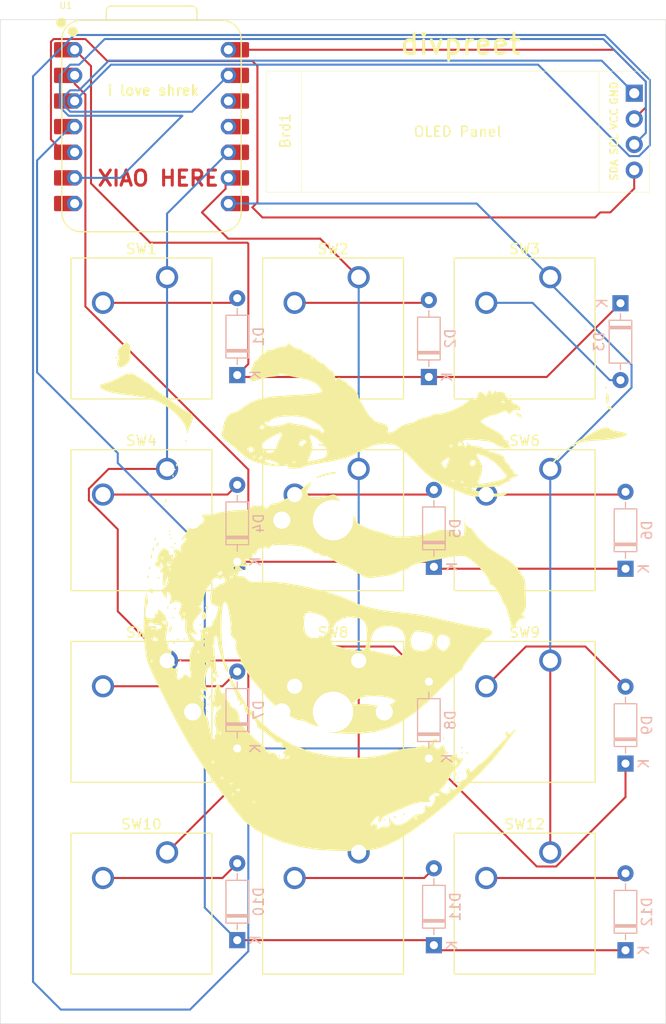
<source format=kicad_pcb>
(kicad_pcb (version 20240108) (generator "pcbnew") (generator_version "8.0")
  (layers (0 "F.Cu" signal) (31 "B.Cu" signal) (34 "B.Paste" user) (35 "F.Paste" user) (36 "B.SilkS" user "B.Silkscreen") (37 "F.SilkS" user "F.Silkscreen") (38 "B.Mask" user) (39 "F.Mask" user) (44 "Edge.Cuts" user))
  (net 0 "")
  (net 1 "+5V")
  (net 2 "GND")
  (net 3 "Net-(U1-GPIO1{slash}RX)")
  (net 4 "Net-(U1-GPIO2{slash}SCK)")
  (net 5 "Net-(U1-GPIO4{slash}MISO)")
  (net 7 "Net-(D1-K)")
  (net 8 "Net-(D1-A)")
  (net 9 "Net-(D2-A)")
  (net 10 "Net-(D3-A)")
  (net 11 "Net-(D4-K)")
  (net 12 "Net-(D4-A)")
  (net 13 "Net-(D5-A)")
  (net 14 "Net-(D6-A)")
  (net 15 "Net-(D7-A)")
  (net 16 "Net-(D7-K)")
  (net 17 "Net-(D8-A)")
  (net 18 "Net-(D9-A)")
  (net 19 "Net-(D10-K)")
  (net 20 "Net-(D10-A)")
  (net 21 "Net-(D11-A)")
  (net 22 "Net-(D12-A)")
  (net 23 "Net-(Brd1-SCL)")
  (net 24 "Net-(Brd1-SDA)")
  (net 25 "+3.3V")
  (footprint "OPL:XIAO-RP2040-DIP" (layer "F.Cu") (at 191 53.5)
    (property "Reference" "U1" (at -8.5 -12 0) (layer "F.SilkS") (effects (font (size 0.635 0.635) (thickness 0.1016))))
    (property "Value" "XIAO-RP2040-DIP")
    (pad "1" smd roundrect (at -8.455 -7.62 180) (size 2.432 1.524) (layers "F.Cu" "F.Mask") (roundrect_rratio 0.1) (net 7 "Net-(D1-K)"))
    (pad "1" thru_hole circle (at -7.62 -7.62 180) (size 1.524 1.524) (drill 0.889) (layers "*.Cu" "*.Mask") (net 7 "Net-(D1-K)"))
    (pad "2" smd roundrect (at -8.455 -5.08 180) (size 2.432 1.524) (layers "F.Cu" "F.Mask") (roundrect_rratio 0.1) (net 11 "Net-(D4-K)"))
    (pad "2" thru_hole circle (at -7.62 -5.08 180) (size 1.524 1.524) (drill 0.889) (layers "*.Cu" "*.Mask") (net 11 "Net-(D4-K)"))
    (pad "3" smd roundrect (at -8.455 -2.54 180) (size 2.432 1.524) (layers "F.Cu" "F.Mask") (roundrect_rratio 0.1) (net 16 "Net-(D7-K)"))
    (pad "3" thru_hole circle (at -7.62 -2.54 180) (size 1.524 1.524) (drill 0.889) (layers "*.Cu" "*.Mask") (net 16 "Net-(D7-K)"))
    (pad "4" smd roundrect (at -8.455 0 180) (size 2.432 1.524) (layers "F.Cu" "F.Mask") (roundrect_rratio 0.1) (net 19 "Net-(D10-K)"))
    (pad "4" thru_hole circle (at -7.62 0 180) (size 1.524 1.524) (drill 0.889) (layers "*.Cu" "*.Mask") (net 19 "Net-(D10-K)"))
    (pad "5" smd roundrect (at -8.455 2.54 180) (size 2.432 1.524) (layers "F.Cu" "F.Mask") (roundrect_rratio 0.1) (net 24 "Net-(Brd1-SDA)"))
    (pad "5" thru_hole circle (at -7.62 2.54 180) (size 1.524 1.524) (drill 0.889) (layers "*.Cu" "*.Mask") (net 24 "Net-(Brd1-SDA)"))
    (pad "6" smd roundrect (at -8.455 5.08 180) (size 2.432 1.524) (layers "F.Cu" "F.Mask") (roundrect_rratio 0.1) (net 23 "Net-(Brd1-SCL)"))
    (pad "6" thru_hole circle (at -7.62 5.08 180) (size 1.524 1.524) (drill 0.889) (layers "*.Cu" "*.Mask") (net 23 "Net-(Brd1-SCL)"))
    (pad "7" smd roundrect (at -8.455 7.62 180) (size 2.432 1.524) (layers "F.Cu" "F.Mask") (roundrect_rratio 0.1))
    (pad "7" thru_hole circle (at -7.62 7.62 180) (size 1.524 1.524) (drill 0.889) (layers "*.Cu" "*.Mask"))
    (pad "8" thru_hole circle (at 7.62 7.62) (size 1.524 1.524) (drill 0.889) (layers "*.Cu" "*.Mask") (net 3 "Net-(U1-GPIO1{slash}RX)"))
    (pad "8" smd roundrect (at 8.455 7.62) (size 2.432 1.524) (layers "F.Cu" "F.Mask") (roundrect_rratio 0.1) (net 3 "Net-(U1-GPIO1{slash}RX)"))
    (pad "9" thru_hole circle (at 7.62 5.08) (size 1.524 1.524) (drill 0.889) (layers "*.Cu" "*.Mask") (net 4 "Net-(U1-GPIO2{slash}SCK)"))
    (pad "9" smd roundrect (at 8.455 5.08) (size 2.432 1.524) (layers "F.Cu" "F.Mask") (roundrect_rratio 0.1) (net 4 "Net-(U1-GPIO2{slash}SCK)"))
    (pad "10" thru_hole circle (at 7.62 2.54) (size 1.524 1.524) (drill 0.889) (layers "*.Cu" "*.Mask") (net 5 "Net-(U1-GPIO4{slash}MISO)"))
    (pad "10" smd roundrect (at 8.455 2.54) (size 2.432 1.524) (layers "F.Cu" "F.Mask") (roundrect_rratio 0.1) (net 5 "Net-(U1-GPIO4{slash}MISO)"))
    (pad "11" thru_hole circle (at 7.62 0) (size 1.524 1.524) (drill 0.889) (layers "*.Cu" "*.Mask"))
    (pad "11" smd roundrect (at 8.455 0) (size 2.432 1.524) (layers "F.Cu" "F.Mask") (roundrect_rratio 0.1))
    (pad "12" thru_hole circle (at 7.62 -2.54) (size 1.524 1.524) (drill 0.889) (layers "*.Cu" "*.Mask") (net 25 "+3.3V"))
    (pad "12" smd roundrect (at 8.455 -2.54) (size 2.432 1.524) (layers "F.Cu" "F.Mask") (roundrect_rratio 0.1) (net 25 "+3.3V"))
    (pad "13" thru_hole circle (at 7.62 -5.08) (size 1.524 1.524) (drill 0.889) (layers "*.Cu" "*.Mask") (net 2 "GND"))
    (pad "13" smd roundrect (at 8.455 -5.08) (size 2.432 1.524) (layers "F.Cu" "F.Mask") (roundrect_rratio 0.1) (net 2 "GND"))
    (pad "14" thru_hole circle (at 7.62 -7.62) (size 1.524 1.524) (drill 0.889) (layers "*.Cu" "*.Mask") (net 1 "+5V"))
    (pad "14" smd roundrect (at 8.455 -7.62) (size 2.432 1.524) (layers "F.Cu" "F.Mask") (roundrect_rratio 0.1) (net 1 "+5V"))
  )
  (footprint "Button_Switch_Keyboard:SW_Cherry_MX_1.00u_PCB" (layer "F.Cu") (at 192.54 87.42)
    (property "Reference" "SW4" (at -2.54 -2.794 0) (layer "F.SilkS"))
    (property "Value" "SW_Push")
    (pad "" np_thru_hole circle (at -7.62 5.08) (size 1.7 1.7) (drill 1.7) (layers "*.Cu" "*.Mask"))
    (pad "" np_thru_hole circle (at -2.54 5.08) (size 4 4) (drill 4) (layers "*.Cu" "*.Mask"))
    (pad "" np_thru_hole circle (at 2.54 5.08) (size 1.7 1.7) (drill 1.7) (layers "*.Cu" "*.Mask"))
    (pad "1" thru_hole circle (at 0 0) (size 2.2 2.2) (drill 1.5) (layers "*.Cu" "*.Mask") (net 5 "Net-(U1-GPIO4{slash}MISO)"))
    (pad "2" thru_hole circle (at -6.35 2.54) (size 2.2 2.2) (drill 1.5) (layers "*.Cu" "*.Mask") (net 12 "Net-(D4-A)"))
  )
  (footprint "Button_Switch_Keyboard:SW_Cherry_MX_1.00u_PCB" (layer "F.Cu") (at 230.54 125.42)
    (property "Reference" "SW12" (at -2.54 -2.794 0) (layer "F.SilkS"))
    (property "Value" "SW_Push")
    (pad "" np_thru_hole circle (at -7.62 5.08) (size 1.7 1.7) (drill 1.7) (layers "*.Cu" "*.Mask"))
    (pad "" np_thru_hole circle (at -2.54 5.08) (size 4 4) (drill 4) (layers "*.Cu" "*.Mask"))
    (pad "" np_thru_hole circle (at 2.54 5.08) (size 1.7 1.7) (drill 1.7) (layers "*.Cu" "*.Mask"))
    (pad "1" thru_hole circle (at 0 0) (size 2.2 2.2) (drill 1.5) (layers "*.Cu" "*.Mask") (net 3 "Net-(U1-GPIO1{slash}RX)"))
    (pad "2" thru_hole circle (at -6.35 2.54) (size 2.2 2.2) (drill 1.5) (layers "*.Cu" "*.Mask") (net 22 "Net-(D12-A)"))
  )
  (footprint "Button_Switch_Keyboard:SW_Cherry_MX_1.00u_PCB" (layer "F.Cu") (at 230.54 106.42)
    (property "Reference" "SW9" (at -2.54 -2.794 0) (layer "F.SilkS"))
    (property "Value" "SW_Push")
    (pad "" np_thru_hole circle (at -7.62 5.08) (size 1.7 1.7) (drill 1.7) (layers "*.Cu" "*.Mask"))
    (pad "" np_thru_hole circle (at -2.54 5.08) (size 4 4) (drill 4) (layers "*.Cu" "*.Mask"))
    (pad "" np_thru_hole circle (at 2.54 5.08) (size 1.7 1.7) (drill 1.7) (layers "*.Cu" "*.Mask"))
    (pad "1" thru_hole circle (at 0 0) (size 2.2 2.2) (drill 1.5) (layers "*.Cu" "*.Mask") (net 3 "Net-(U1-GPIO1{slash}RX)"))
    (pad "2" thru_hole circle (at -6.35 2.54) (size 2.2 2.2) (drill 1.5) (layers "*.Cu" "*.Mask") (net 18 "Net-(D9-A)"))
  )
  (footprint "Button_Switch_Keyboard:SW_Cherry_MX_1.00u_PCB" (layer "F.Cu") (at 230.54 87.42)
    (property "Reference" "SW6" (at -2.54 -2.794 0) (layer "F.SilkS"))
    (property "Value" "SW_Push")
    (pad "" np_thru_hole circle (at -7.62 5.08) (size 1.7 1.7) (drill 1.7) (layers "*.Cu" "*.Mask"))
    (pad "" np_thru_hole circle (at -2.54 5.08) (size 4 4) (drill 4) (layers "*.Cu" "*.Mask"))
    (pad "" np_thru_hole circle (at 2.54 5.08) (size 1.7 1.7) (drill 1.7) (layers "*.Cu" "*.Mask"))
    (pad "1" thru_hole circle (at 0 0) (size 2.2 2.2) (drill 1.5) (layers "*.Cu" "*.Mask") (net 3 "Net-(U1-GPIO1{slash}RX)"))
    (pad "2" thru_hole circle (at -6.35 2.54) (size 2.2 2.2) (drill 1.5) (layers "*.Cu" "*.Mask") (net 14 "Net-(D6-A)"))
  )
  (footprint "Button_Switch_Keyboard:SW_Cherry_MX_1.00u_PCB" (layer "F.Cu") (at 192.54 68.42)
    (property "Reference" "SW1" (at -2.54 -2.794 0) (layer "F.SilkS"))
    (property "Value" "SW_Push")
    (pad "" np_thru_hole circle (at -7.62 5.08) (size 1.7 1.7) (drill 1.7) (layers "*.Cu" "*.Mask"))
    (pad "" np_thru_hole circle (at -2.54 5.08) (size 4 4) (drill 4) (layers "*.Cu" "*.Mask"))
    (pad "" np_thru_hole circle (at 2.54 5.08) (size 1.7 1.7) (drill 1.7) (layers "*.Cu" "*.Mask"))
    (pad "1" thru_hole circle (at 0 0) (size 2.2 2.2) (drill 1.5) (layers "*.Cu" "*.Mask") (net 5 "Net-(U1-GPIO4{slash}MISO)"))
    (pad "2" thru_hole circle (at -6.35 2.54) (size 2.2 2.2) (drill 1.5) (layers "*.Cu" "*.Mask") (net 8 "Net-(D1-A)"))
  )
  (footprint "Button_Switch_Keyboard:SW_Cherry_MX_1.00u_PCB" (layer "F.Cu") (at 211.54 87.42)
    (property "Reference" "SW5" (at -2.54 -2.794 0) (layer "F.SilkS"))
    (property "Value" "SW_Push")
    (pad "" np_thru_hole circle (at -7.62 5.08) (size 1.7 1.7) (drill 1.7) (layers "*.Cu" "*.Mask"))
    (pad "" np_thru_hole circle (at -2.54 5.08) (size 4 4) (drill 4) (layers "*.Cu" "*.Mask"))
    (pad "" np_thru_hole circle (at 2.54 5.08) (size 1.7 1.7) (drill 1.7) (layers "*.Cu" "*.Mask"))
    (pad "1" thru_hole circle (at 0 0) (size 2.2 2.2) (drill 1.5) (layers "*.Cu" "*.Mask") (net 4 "Net-(U1-GPIO2{slash}SCK)"))
    (pad "2" thru_hole circle (at -6.35 2.54) (size 2.2 2.2) (drill 1.5) (layers "*.Cu" "*.Mask") (net 13 "Net-(D5-A)"))
  )
  (footprint "Button_Switch_Keyboard:SW_Cherry_MX_1.00u_PCB" (layer "F.Cu") (at 211.54 68.42)
    (property "Reference" "SW2" (at -2.54 -2.794 0) (layer "F.SilkS"))
    (property "Value" "SW_Push")
    (pad "" np_thru_hole circle (at -7.62 5.08) (size 1.7 1.7) (drill 1.7) (layers "*.Cu" "*.Mask"))
    (pad "" np_thru_hole circle (at -2.54 5.08) (size 4 4) (drill 4) (layers "*.Cu" "*.Mask"))
    (pad "" np_thru_hole circle (at 2.54 5.08) (size 1.7 1.7) (drill 1.7) (layers "*.Cu" "*.Mask"))
    (pad "1" thru_hole circle (at 0 0) (size 2.2 2.2) (drill 1.5) (layers "*.Cu" "*.Mask") (net 4 "Net-(U1-GPIO2{slash}SCK)"))
    (pad "2" thru_hole circle (at -6.35 2.54) (size 2.2 2.2) (drill 1.5) (layers "*.Cu" "*.Mask") (net 9 "Net-(D2-A)"))
  )
  (footprint "Button_Switch_Keyboard:SW_Cherry_MX_1.00u_PCB" (layer "F.Cu") (at 230.54 68.42)
    (property "Reference" "SW3" (at -2.54 -2.794 0) (layer "F.SilkS"))
    (property "Value" "SW_Push")
    (pad "" np_thru_hole circle (at -7.62 5.08) (size 1.7 1.7) (drill 1.7) (layers "*.Cu" "*.Mask"))
    (pad "" np_thru_hole circle (at -2.54 5.08) (size 4 4) (drill 4) (layers "*.Cu" "*.Mask"))
    (pad "" np_thru_hole circle (at 2.54 5.08) (size 1.7 1.7) (drill 1.7) (layers "*.Cu" "*.Mask"))
    (pad "1" thru_hole circle (at 0 0) (size 2.2 2.2) (drill 1.5) (layers "*.Cu" "*.Mask") (net 3 "Net-(U1-GPIO1{slash}RX)"))
    (pad "2" thru_hole circle (at -6.35 2.54) (size 2.2 2.2) (drill 1.5) (layers "*.Cu" "*.Mask") (net 10 "Net-(D3-A)"))
  )
  (footprint "Button_Switch_Keyboard:SW_Cherry_MX_1.00u_PCB" (layer "F.Cu") (at 192.54 125.42)
    (property "Reference" "SW10" (at -2.54 -2.794 0) (layer "F.SilkS"))
    (property "Value" "SW_Push")
    (pad "" np_thru_hole circle (at -7.62 5.08) (size 1.7 1.7) (drill 1.7) (layers "*.Cu" "*.Mask"))
    (pad "" np_thru_hole circle (at -2.54 5.08) (size 4 4) (drill 4) (layers "*.Cu" "*.Mask"))
    (pad "" np_thru_hole circle (at 2.54 5.08) (size 1.7 1.7) (drill 1.7) (layers "*.Cu" "*.Mask"))
    (pad "1" thru_hole circle (at 0 0) (size 2.2 2.2) (drill 1.5) (layers "*.Cu" "*.Mask") (net 5 "Net-(U1-GPIO4{slash}MISO)"))
    (pad "2" thru_hole circle (at -6.35 2.54) (size 2.2 2.2) (drill 1.5) (layers "*.Cu" "*.Mask") (net 20 "Net-(D10-A)"))
  )
  (footprint "LOGO" (layer "F.Cu") (at 210.631964 97.00456)
    (property "Reference" "G****" (hide yes))
    (property "Value" "LOGO" (hide yes))
  )
  (footprint "Button_Switch_Keyboard:SW_Cherry_MX_1.00u_PCB" (layer "F.Cu") (at 211.54 106.42)
    (property "Reference" "SW8" (at -2.54 -2.794 0) (layer "F.SilkS"))
    (property "Value" "SW_Push")
    (pad "" np_thru_hole circle (at -7.62 5.08) (size 1.7 1.7) (drill 1.7) (layers "*.Cu" "*.Mask"))
    (pad "" np_thru_hole circle (at -2.54 5.08) (size 4 4) (drill 4) (layers "*.Cu" "*.Mask"))
    (pad "" np_thru_hole circle (at 2.54 5.08) (size 1.7 1.7) (drill 1.7) (layers "*.Cu" "*.Mask"))
    (pad "1" thru_hole circle (at 0 0) (size 2.2 2.2) (drill 1.5) (layers "*.Cu" "*.Mask") (net 4 "Net-(U1-GPIO2{slash}SCK)"))
    (pad "2" thru_hole circle (at -6.35 2.54) (size 2.2 2.2) (drill 1.5) (layers "*.Cu" "*.Mask") (net 17 "Net-(D8-A)"))
  )
  (footprint "Button_Switch_Keyboard:SW_Cherry_MX_1.00u_PCB" (layer "F.Cu") (at 211.54 125.42)
    (property "Reference" "SW11" (at -2.54 -2.794 0) (layer "F.SilkS"))
    (property "Value" "SW_Push")
    (pad "" np_thru_hole circle (at -7.62 5.08) (size 1.7 1.7) (drill 1.7) (layers "*.Cu" "*.Mask"))
    (pad "" np_thru_hole circle (at -2.54 5.08) (size 4 4) (drill 4) (layers "*.Cu" "*.Mask"))
    (pad "" np_thru_hole circle (at 2.54 5.08) (size 1.7 1.7) (drill 1.7) (layers "*.Cu" "*.Mask"))
    (pad "1" thru_hole circle (at 0 0) (size 2.2 2.2) (drill 1.5) (layers "*.Cu" "*.Mask") (net 4 "Net-(U1-GPIO2{slash}SCK)"))
    (pad "2" thru_hole circle (at -6.35 2.54) (size 2.2 2.2) (drill 1.5) (layers "*.Cu" "*.Mask") (net 21 "Net-(D11-A)"))
  )
  (footprint "SSD1306:SSD1306-0.91-OLED-4pin-128x32" (layer "F.Cu") (at 200.865 51)
    (property "Reference" "Brd1" (at 3.4 2.91 90) (layer "F.SilkS"))
    (property "Value" "SSD1306")
    (fp_text user "OLED Panel" (at 20.5 3 0) (layer "F.SilkS"))
    (fp_text user "VCC" (at 36 1.73 -90) (layer "F.SilkS") (effects (font (size 0.75 0.75))))
    (fp_text user "SDA" (at 36 6.81 -90) (layer "F.SilkS") (effects (font (size 0.75 0.75))))
    (fp_text user "SCL" (at 36 4.27 -90) (layer "F.SilkS") (effects (font (size 0.75 0.75))))
    (fp_text user "GND" (at 36 -0.81 -90) (layer "F.SilkS") (effects (font (size 0.75 0.75))))
    (pad "1" thru_hole rect (at 38 -0.81) (size 1.7 1.7) (drill 1) (layers "*.Cu" "*.Mask") (net 2 "GND"))
    (pad "2" thru_hole oval (at 38 1.73) (size 1.7 1.7) (drill 1) (layers "*.Cu" "*.Mask") (net 1 "+5V"))
    (pad "3" thru_hole oval (at 38 4.27) (size 1.7 1.7) (drill 1) (layers "*.Cu" "*.Mask") (net 23 "Net-(Brd1-SCL)"))
    (pad "4" thru_hole oval (at 38 6.81) (size 1.7 1.7) (drill 1) (layers "*.Cu" "*.Mask") (net 24 "Net-(Brd1-SDA)"))
  )
  (footprint "Button_Switch_Keyboard:SW_Cherry_MX_1.00u_PCB" (layer "F.Cu") (at 192.54 106.42)
    (property "Reference" "SW7" (at -2.54 -2.794 0) (layer "F.SilkS"))
    (property "Value" "SW_Push")
    (pad "" np_thru_hole circle (at -7.62 5.08) (size 1.7 1.7) (drill 1.7) (layers "*.Cu" "*.Mask"))
    (pad "" np_thru_hole circle (at -2.54 5.08) (size 4 4) (drill 4) (layers "*.Cu" "*.Mask"))
    (pad "" np_thru_hole circle (at 2.54 5.08) (size 1.7 1.7) (drill 1.7) (layers "*.Cu" "*.Mask"))
    (pad "1" thru_hole circle (at 0 0) (size 2.2 2.2) (drill 1.5) (layers "*.Cu" "*.Mask") (net 5 "Net-(U1-GPIO4{slash}MISO)"))
    (pad "2" thru_hole circle (at -6.35 2.54) (size 2.2 2.2) (drill 1.5) (layers "*.Cu" "*.Mask") (net 15 "Net-(D7-A)"))
  )
  (footprint "Diode_THT:D_DO-35_SOD27_P7.62mm_Horizontal" (layer "B.Cu") (at 218.5 116.12 90)
    (property "Reference" "D8" (at 3.81 2.12 90) (layer "B.SilkS") (effects (justify mirror)))
    (property "Value" "D")
    (fp_text user "K" (at 0 1.8 90) (layer "B.SilkS") (effects (justify mirror)))
    (pad "1" thru_hole rect (at 0 0 90) (size 1.6 1.6) (drill 0.8) (layers "*.Cu" "*.Mask") (net 16 "Net-(D7-K)"))
    (pad "2" thru_hole oval (at 7.62 0 90) (size 1.6 1.6) (drill 0.8) (layers "*.Cu" "*.Mask") (net 17 "Net-(D8-A)"))
  )
  (footprint "Diode_THT:D_DO-35_SOD27_P7.62mm_Horizontal" (layer "B.Cu") (at 199.5 115.12 90)
    (property "Reference" "D7" (at 3.81 2.12 90) (layer "B.SilkS") (effects (justify mirror)))
    (property "Value" "D")
    (fp_text user "K" (at 0 1.8 90) (layer "B.SilkS") (effects (justify mirror)))
    (pad "1" thru_hole rect (at 0 0 90) (size 1.6 1.6) (drill 0.8) (layers "*.Cu" "*.Mask") (net 16 "Net-(D7-K)"))
    (pad "2" thru_hole oval (at 7.62 0 90) (size 1.6 1.6) (drill 0.8) (layers "*.Cu" "*.Mask") (net 15 "Net-(D7-A)"))
  )
  (footprint "Diode_THT:D_DO-35_SOD27_P7.62mm_Horizontal" (layer "B.Cu") (at 199.5 78.12 90)
    (property "Reference" "D1" (at 3.81 2.12 90) (layer "B.SilkS") (effects (justify mirror)))
    (property "Value" "D")
    (fp_text user "K" (at 0 1.8 90) (layer "B.SilkS") (effects (justify mirror)))
    (pad "1" thru_hole rect (at 0 0 90) (size 1.6 1.6) (drill 0.8) (layers "*.Cu" "*.Mask") (net 7 "Net-(D1-K)"))
    (pad "2" thru_hole oval (at 7.62 0 90) (size 1.6 1.6) (drill 0.8) (layers "*.Cu" "*.Mask") (net 8 "Net-(D1-A)"))
  )
  (footprint "Diode_THT:D_DO-35_SOD27_P7.62mm_Horizontal" (layer "B.Cu") (at 199.5 134.12 90)
    (property "Reference" "D10" (at 3.81 2.12 90) (layer "B.SilkS") (effects (justify mirror)))
    (property "Value" "D")
    (fp_text user "K" (at 0 1.8 90) (layer "B.SilkS") (effects (justify mirror)))
    (pad "1" thru_hole rect (at 0 0 90) (size 1.6 1.6) (drill 0.8) (layers "*.Cu" "*.Mask") (net 19 "Net-(D10-K)"))
    (pad "2" thru_hole oval (at 7.62 0 90) (size 1.6 1.6) (drill 0.8) (layers "*.Cu" "*.Mask") (net 20 "Net-(D10-A)"))
  )
  (footprint "Diode_THT:D_DO-35_SOD27_P7.62mm_Horizontal" (layer "B.Cu") (at 219 134.62 90)
    (property "Reference" "D11" (at 3.81 2.12 90) (layer "B.SilkS") (effects (justify mirror)))
    (property "Value" "D")
    (fp_text user "K" (at 0 1.8 90) (layer "B.SilkS") (effects (justify mirror)))
    (pad "1" thru_hole rect (at 0 0 90) (size 1.6 1.6) (drill 0.8) (layers "*.Cu" "*.Mask") (net 19 "Net-(D10-K)"))
    (pad "2" thru_hole oval (at 7.62 0 90) (size 1.6 1.6) (drill 0.8) (layers "*.Cu" "*.Mask") (net 21 "Net-(D11-A)"))
  )
  (footprint "Diode_THT:D_DO-35_SOD27_P7.62mm_Horizontal" (layer "B.Cu") (at 237.5 71 -90)
    (property "Reference" "D3" (at 3.81 2.12 90) (layer "B.SilkS") (effects (justify mirror)))
    (property "Value" "D")
    (fp_text user "K" (at 0 1.8 90) (layer "B.SilkS") (effects (justify mirror)))
    (pad "1" thru_hole rect (at 0 0 270) (size 1.6 1.6) (drill 0.8) (layers "*.Cu" "*.Mask") (net 7 "Net-(D1-K)"))
    (pad "2" thru_hole oval (at 7.62 0 270) (size 1.6 1.6) (drill 0.8) (layers "*.Cu" "*.Mask") (net 10 "Net-(D3-A)"))
  )
  (footprint "Diode_THT:D_DO-35_SOD27_P7.62mm_Horizontal" (layer "B.Cu") (at 218.5 78.31 90)
    (property "Reference" "D2" (at 3.81 2.12 90) (layer "B.SilkS") (effects (justify mirror)))
    (property "Value" "D")
    (fp_text user "K" (at 0 1.8 90) (layer "B.SilkS") (effects (justify mirror)))
    (pad "1" thru_hole rect (at 0 0 90) (size 1.6 1.6) (drill 0.8) (layers "*.Cu" "*.Mask") (net 7 "Net-(D1-K)"))
    (pad "2" thru_hole oval (at 7.62 0 90) (size 1.6 1.6) (drill 0.8) (layers "*.Cu" "*.Mask") (net 9 "Net-(D2-A)"))
  )
  (footprint "Diode_THT:D_DO-35_SOD27_P7.62mm_Horizontal" (layer "B.Cu") (at 238 116.62 90)
    (property "Reference" "D9" (at 3.81 2.12 90) (layer "B.SilkS") (effects (justify mirror)))
    (property "Value" "D")
    (fp_text user "K" (at 0 1.8 90) (layer "B.SilkS") (effects (justify mirror)))
    (pad "1" thru_hole rect (at 0 0 90) (size 1.6 1.6) (drill 0.8) (layers "*.Cu" "*.Mask") (net 16 "Net-(D7-K)"))
    (pad "2" thru_hole oval (at 7.62 0 90) (size 1.6 1.6) (drill 0.8) (layers "*.Cu" "*.Mask") (net 18 "Net-(D9-A)"))
  )
  (footprint "Diode_THT:D_DO-35_SOD27_P7.62mm_Horizontal" (layer "B.Cu") (at 238 135.12 90)
    (property "Reference" "D12" (at 3.81 2.12 90) (layer "B.SilkS") (effects (justify mirror)))
    (property "Value" "D")
    (fp_text user "K" (at 0 1.8 90) (layer "B.SilkS") (effects (justify mirror)))
    (pad "1" thru_hole rect (at 0 0 90) (size 1.6 1.6) (drill 0.8) (layers "*.Cu" "*.Mask") (net 19 "Net-(D10-K)"))
    (pad "2" thru_hole oval (at 7.62 0 90) (size 1.6 1.6) (drill 0.8) (layers "*.Cu" "*.Mask") (net 22 "Net-(D12-A)"))
  )
  (footprint "Diode_THT:D_DO-35_SOD27_P7.62mm_Horizontal" (layer "B.Cu") (at 238 97.31 90)
    (property "Reference" "D6" (at 3.81 2.12 90) (layer "B.SilkS") (effects (justify mirror)))
    (property "Value" "D")
    (fp_text user "K" (at 0 1.8 90) (layer "B.SilkS") (effects (justify mirror)))
    (pad "1" thru_hole rect (at 0 0 90) (size 1.6 1.6) (drill 0.8) (layers "*.Cu" "*.Mask") (net 11 "Net-(D4-K)"))
    (pad "2" thru_hole oval (at 7.62 0 90) (size 1.6 1.6) (drill 0.8) (layers "*.Cu" "*.Mask") (net 14 "Net-(D6-A)"))
  )
  (footprint "Diode_THT:D_DO-35_SOD27_P7.62mm_Horizontal" (layer "B.Cu") (at 199.5 96.62 90)
    (property "Reference" "D4" (at 3.81 2.12 90) (layer "B.SilkS") (effects (justify mirror)))
    (property "Value" "D")
    (fp_text user "K" (at 0 1.8 90) (layer "B.SilkS") (effects (justify mirror)))
    (pad "1" thru_hole rect (at 0 0 90) (size 1.6 1.6) (drill 0.8) (layers "*.Cu" "*.Mask") (net 11 "Net-(D4-K)"))
    (pad "2" thru_hole oval (at 7.62 0 90) (size 1.6 1.6) (drill 0.8) (layers "*.Cu" "*.Mask") (net 12 "Net-(D4-A)"))
  )
  (footprint "Diode_THT:D_DO-35_SOD27_P7.62mm_Horizontal" (layer "B.Cu") (at 219 97.12 90)
    (property "Reference" "D5" (at 3.81 2.12 90) (layer "B.SilkS") (effects (justify mirror)))
    (property "Value" "D")
    (fp_text user "K" (at 0 1.8 90) (layer "B.SilkS") (effects (justify mirror)))
    (pad "1" thru_hole rect (at 0 0 90) (size 1.6 1.6) (drill 0.8) (layers "*.Cu" "*.Mask") (net 11 "Net-(D4-K)"))
    (pad "2" thru_hole oval (at 7.62 0 90) (size 1.6 1.6) (drill 0.8) (layers "*.Cu" "*.Mask") (net 13 "Net-(D5-A)"))
  )
  (gr_rect (start 176 42.9) (end 242 142.4) (stroke (width 0.05)) (fill none) (layer "Edge.Cuts"))
  (gr_text "XIAO HERE" (at 185.5 59.5 0) (layer "F.Cu") (effects (font (size 1.5 1.5) (thickness 0.3) (bold yes)) (justify left bottom)))
  (gr_text "i love shrek" (at 186.5 50.5 0) (layer "F.SilkS") (effects (font (size 1 1) (thickness 0.2) (bold yes)) (justify left bottom)))
  (gr_text "divpreet" (at 215.5 46.5 0) (layer "F.SilkS") (effects (font (size 2 2) (thickness 0.3)) (justify left bottom)))
  (segment (start 240.015 51.58) (end 238.865 52.73) (width 0.2) (layer "F.Cu") (net 1))
  (segment (start 236.855 45.88) (end 240.015 49.04) (width 0.2) (layer "F.Cu") (net 1))
  (segment (start 198.62 45.88) (end 236.855 45.88) (width 0.2) (layer "F.Cu") (net 1))
  (segment (start 240.015 49.04) (end 240.015 51.58) (width 0.2) (layer "F.Cu") (net 1))
  (segment (start 186.759895 46.958) (end 183.819895 49.898) (width 0.2) (layer "B.Cu") (net 2))
  (segment (start 182.940105 49.898) (end 182.318 50.520105) (width 0.2) (layer "B.Cu") (net 2))
  (segment (start 182.940105 52.022) (end 195.018 52.022) (width 0.2) (layer "B.Cu") (net 2))
  (segment (start 182.318 51.399895) (end 182.940105 52.022) (width 0.2) (layer "B.Cu") (net 2))
  (segment (start 182.318 50.520105) (end 182.318 51.399895) (width 0.2) (layer "B.Cu") (net 2))
  (segment (start 195.018 52.022) (end 198.62 48.42) (width 0.2) (layer "B.Cu") (net 2))
  (segment (start 235.633 46.958) (end 186.759895 46.958) (width 0.2) (layer "B.Cu") (net 2))
  (segment (start 238.865 50.19) (end 235.633 46.958) (width 0.2) (layer "B.Cu") (net 2))
  (segment (start 183.819895 49.898) (end 182.940105 49.898) (width 0.2) (layer "B.Cu") (net 2))
  (segment (start 230.54 125.42) (end 230.54 106.42) (width 0.2) (layer "F.Cu") (net 3))
  (segment (start 230.54 87.42) (end 230.54 106.42) (width 0.2) (layer "B.Cu") (net 3))
  (segment (start 230.54 68.42) (end 223.24 61.12) (width 0.2) (layer "B.Cu") (net 3))
  (segment (start 230 68.5) (end 238.6 77.1) (width 0.2) (layer "B.Cu") (net 3))
  (segment (start 230.08 68.42) (end 230 68.5) (width 0.2) (layer "B.Cu") (net 3))
  (segment (start 238.6 77.1) (end 238.6 79.36) (width 0.2) (layer "B.Cu") (net 3))
  (segment (start 223.24 61.12) (end 198.62 61.12) (width 0.2) (layer "B.Cu") (net 3))
  (segment (start 230.54 68.42) (end 230.08 68.42) (width 0.2) (layer "B.Cu") (net 3))
  (segment (start 238.6 79.36) (end 230.54 87.42) (width 0.2) (layer "B.Cu") (net 3))
  (segment (start 198.34237 59.65763) (end 198.34237 58.85763) (width 0.2) (layer "F.Cu") (net 4))
  (segment (start 198.6 64.6) (end 196 62) (width 0.2) (layer "F.Cu") (net 4))
  (segment (start 211.54 68.42) (end 207.72 64.6) (width 0.2) (layer "F.Cu") (net 4))
  (segment (start 198.34237 58.85763) (end 198.62 58.58) (width 0.2) (layer "F.Cu") (net 4))
  (segment (start 196 62) (end 198.34237 59.65763) (width 0.2) (layer "F.Cu") (net 4))
  (segment (start 207.72 64.6) (end 198.6 64.6) (width 0.2) (layer "F.Cu") (net 4))
  (segment (start 211.54 125.42) (end 211.54 106.42) (width 0.2) (layer "F.Cu") (net 4))
  (segment (start 211.54 87.42) (end 211.54 106.42) (width 0.2) (layer "B.Cu") (net 4))
  (segment (start 211.54 87.42) (end 211.54 68.42) (width 0.2) (layer "B.Cu") (net 4))
  (segment (start 184.79 89.380101) (end 184.79 90.539899) (width 0.2) (layer "F.Cu") (net 5))
  (segment (start 200.6 107.044365) (end 200.6 117.36) (width 0.2) (layer "F.Cu") (net 5))
  (segment (start 187.65 101.53) (end 192.54 106.42) (width 0.2) (layer "F.Cu") (net 5))
  (segment (start 192.54 106.42) (end 192.56 106.4) (width 0.2) (layer "F.Cu") (net 5))
  (segment (start 187.65 93.399899) (end 187.65 101.53) (width 0.2) (layer "F.Cu") (net 5))
  (segment (start 184.79 90.539899) (end 187.65 93.399899) (width 0.2) (layer "F.Cu") (net 5))
  (segment (start 199.955635 106.4) (end 200.6 107.044365) (width 0.2) (layer "F.Cu") (net 5))
  (segment (start 192.54 87.42) (end 186.750101 87.42) (width 0.2) (layer "F.Cu") (net 5))
  (segment (start 200.6 117.36) (end 192.54 125.42) (width 0.2) (layer "F.Cu") (net 5))
  (segment (start 192.56 106.4) (end 199.955635 106.4) (width 0.2) (layer "F.Cu") (net 5))
  (segment (start 186.750101 87.42) (end 184.79 89.380101) (width 0.2) (layer "F.Cu") (net 5))
  (segment (start 192.54 68.42) (end 192.54 87.42) (width 0.2) (layer "B.Cu") (net 5))
  (segment (start 192.54 68.42) (end 192.54 62.12) (width 0.2) (layer "B.Cu") (net 5))
  (segment (start 192.54 62.12) (end 198.62 56.04) (width 0.2) (layer "B.Cu") (net 5))
  (segment (start 185 59.129127) (end 185 47.5) (width 0.2) (layer "F.Cu") (net 7))
  (segment (start 230.19 78.31) (end 237.5 71) (width 0.2) (layer "F.Cu") (net 7))
  (segment (start 200.5 65) (end 190.870873 65) (width 0.2) (layer "F.Cu") (net 7))
  (segment (start 200.6 77.02) (end 200.6 65.1) (width 0.2) (layer "F.Cu") (net 7))
  (segment (start 199.69 78.31) (end 199.5 78.12) (width 0.2) (layer "F.Cu") (net 7))
  (segment (start 190.870873 65) (end 185 59.129127) (width 0.2) (layer "F.Cu") (net 7))
  (segment (start 200.6 65.1) (end 200.5 65) (width 0.2) (layer "F.Cu") (net 7))
  (segment (start 183.38 45.88) (end 185 47.5) (width 0.2) (layer "F.Cu") (net 7))
  (segment (start 218.5 78.31) (end 199.69 78.31) (width 0.2) (layer "F.Cu") (net 7))
  (segment (start 218.5 78.31) (end 230.19 78.31) (width 0.2) (layer "F.Cu") (net 7))
  (segment (start 199.5 78.12) (end 200.6 77.02) (width 0.2) (layer "F.Cu") (net 7))
  (segment (start 199.04 70.96) (end 199.5 70.5) (width 0.2) (layer "F.Cu") (net 8))
  (segment (start 186.19 70.96) (end 199.04 70.96) (width 0.2) (layer "F.Cu") (net 8))
  (segment (start 205.19 70.96) (end 218.23 70.96) (width 0.2) (layer "F.Cu") (net 9))
  (segment (start 218.23 70.96) (end 218.5 70.69) (width 0.2) (layer "F.Cu") (net 9))
  (segment (start 228.783402 70.96) (end 224.19 70.96) (width 0.2) (layer "B.Cu") (net 10))
  (segment (start 236.443402 78.62) (end 228.783402 70.96) (width 0.2) (layer "B.Cu") (net 10))
  (segment (start 237.5 78.62) (end 236.443402 78.62) (width 0.2) (layer "B.Cu") (net 10))
  (segment (start 219.38 97.12) (end 219.57 97.31) (width 0.2) (layer "F.Cu") (net 11))
  (segment (start 219.57 97.31) (end 238 97.31) (width 0.2) (layer "F.Cu") (net 11))
  (segment (start 199.5 96.62) (end 200.6 95.52) (width 0.2) (layer "F.Cu") (net 11))
  (segment (start 184.442 71.324944) (end 184.442 50.317) (width 0.2) (layer "F.Cu") (net 11))
  (segment (start 183.38 49.255) (end 183.38 48.42) (width 0.2) (layer "F.Cu") (net 11))
  (segment (start 200.6 95.52) (end 200.6 87.482944) (width 0.2) (layer "F.Cu") (net 11))
  (segment (start 184.442 50.317) (end 183.38 49.255) (width 0.2) (layer "F.Cu") (net 11))
  (segment (start 199.5 96.62) (end 218.5 96.62) (width 0.2) (layer "F.Cu") (net 11))
  (segment (start 218.5 96.62) (end 219 97.12) (width 0.2) (layer "F.Cu") (net 11))
  (segment (start 219 97.12) (end 219.38 97.12) (width 0.2) (layer "F.Cu") (net 11))
  (segment (start 200.6 87.482944) (end 184.442 71.324944) (width 0.2) (layer "F.Cu") (net 11))
  (segment (start 186.19 89.96) (end 198.54 89.96) (width 0.2) (layer "F.Cu") (net 12))
  (segment (start 198.54 89.96) (end 199.5 89) (width 0.2) (layer "F.Cu") (net 12))
  (segment (start 218.54 89.96) (end 219 89.5) (width 0.2) (layer "F.Cu") (net 13))
  (segment (start 205.19 89.96) (end 218.54 89.96) (width 0.2) (layer "F.Cu") (net 13))
  (segment (start 237.73 89.96) (end 238 89.69) (width 0.2) (layer "F.Cu") (net 14))
  (segment (start 224.19 89.96) (end 237.73 89.96) (width 0.2) (layer "F.Cu") (net 14))
  (segment (start 186.19 108.96) (end 198.04 108.96) (width 0.2) (layer "F.Cu") (net 15))
  (segment (start 198.04 108.96) (end 199.5 107.5) (width 0.2) (layer "F.Cu") (net 15))
  (segment (start 238 116.62) (end 238 119.939899) (width 0.2) (layer "F.Cu") (net 16))
  (segment (start 229.2 126.82) (end 218.5 116.12) (width 0.2) (layer "F.Cu") (net 16))
  (segment (start 231.119899 126.82) (end 229.2 126.82) (width 0.2) (layer "F.Cu") (net 16))
  (segment (start 238 119.939899) (end 231.119899 126.82) (width 0.2) (layer "F.Cu") (net 16))
  (segment (start 229.326654 47.358) (end 186.982 47.358) (width 0.2) (layer "B.Cu") (net 16))
  (segment (start 200.6 135.22) (end 194.82 141) (width 0.2) (layer "B.Cu") (net 16))
  (segment (start 240.415 48.874314) (end 240.415 55.346346) (width 0.2) (layer "B.Cu") (net 16))
  (segment (start 183.340105 44.418) (end 235.958686 44.418) (width 0.2) (layer "B.Cu") (net 16))
  (segment (start 199.5 115.12) (end 217.5 115.12) (width 0.2) (layer "B.Cu") (net 16))
  (segment (start 239.341346 56.42) (end 238.388654 56.42) (width 0.2) (layer "B.Cu") (net 16))
  (segment (start 194.82 141) (end 182 141) (width 0.2) (layer "B.Cu") (net 16))
  (segment (start 179.25 138.25) (end 179.25 48.508105) (width 0.2) (layer "B.Cu") (net 16))
  (segment (start 200.6 116.22) (end 200.6 135.22) (width 0.2) (layer "B.Cu") (net 16))
  (segment (start 235.958686 44.418) (end 240.415 48.874314) (width 0.2) (layer "B.Cu") (net 16))
  (segment (start 217.5 115.12) (end 218.5 116.12) (width 0.2) (layer "B.Cu") (net 16))
  (segment (start 182 141) (end 179.25 138.25) (width 0.2) (layer "B.Cu") (net 16))
  (segment (start 240.415 55.346346) (end 239.341346 56.42) (width 0.2) (layer "B.Cu") (net 16))
  (segment (start 238.388654 56.42) (end 229.326654 47.358) (width 0.2) (layer "B.Cu") (net 16))
  (segment (start 199.5 115.12) (end 200.6 116.22) (width 0.2) (layer "B.Cu") (net 16))
  (segment (start 186.982 47.358) (end 183.38 50.96) (width 0.2) (layer "B.Cu") (net 16))
  (segment (start 179.25 48.508105) (end 183.340105 44.418) (width 0.2) (layer "B.Cu") (net 16))
  (segment (start 215.02 105.02) (end 218.5 108.5) (width 0.2) (layer "F.Cu") (net 17))
  (segment (start 209.13 105.02) (end 215.02 105.02) (width 0.2) (layer "F.Cu") (net 17))
  (segment (start 205.19 108.96) (end 209.13 105.02) (width 0.2) (layer "F.Cu") (net 17))
  (segment (start 228.13 105.02) (end 234.02 105.02) (width 0.2) (layer "F.Cu") (net 18))
  (segment (start 224.19 108.96) (end 228.13 105.02) (width 0.2) (layer "F.Cu") (net 18))
  (segment (start 234.02 105.02) (end 238 109) (width 0.2) (layer "F.Cu") (net 18))
  (segment (start 199.5 134.12) (end 218.5 134.12) (width 0.2) (layer "F.Cu") (net 19))
  (segment (start 218.5 134.12) (end 219 134.62) (width 0.2) (layer "F.Cu") (net 19))
  (segment (start 238 135.12) (end 219.5 135.12) (width 0.2) (layer "F.Cu") (net 19))
  (segment (start 219.5 135.12) (end 219 134.62) (width 0.2) (layer "F.Cu") (net 19))
  (segment (start 196.28 95.456598) (end 187.65 86.826598) (width 0.2) (layer "B.Cu") (net 19))
  (segment (start 179.65 56.85) (end 183 53.5) (width 0.2) (layer "B.Cu") (net 19))
  (segment (start 183 53.5) (end 183.38 53.5) (width 0.2) (layer "B.Cu") (net 19))
  (segment (start 187.65 85.85) (end 179.65 77.85) (width 0.2) (layer "B.Cu") (net 19))
  (segment (start 187.65 86.826598) (end 187.65 85.85) (width 0.2) (layer "B.Cu") (net 19))
  (segment (start 179.65 77.85) (end 179.65 56.85) (width 0.2) (layer "B.Cu") (net 19))
  (segment (start 199.5 134.12) (end 196.28 130.9) (width 0.2) (layer "B.Cu") (net 19))
  (segment (start 196.28 130.9) (end 196.28 95.456598) (width 0.2) (layer "B.Cu") (net 19))
  (segment (start 198.04 127.96) (end 199.5 126.5) (width 0.2) (layer "F.Cu") (net 20))
  (segment (start 186.19 127.96) (end 198.04 127.96) (width 0.2) (layer "F.Cu") (net 20))
  (segment (start 218.04 127.96) (end 219 127) (width 0.2) (layer "F.Cu") (net 21))
  (segment (start 205.19 127.96) (end 218.04 127.96) (width 0.2) (layer "F.Cu") (net 21))
  (segment (start 237.54 127.96) (end 238 127.5) (width 0.2) (layer "F.Cu") (net 22))
  (segment (start 224.19 127.96) (end 237.54 127.96) (width 0.2) (layer "F.Cu") (net 22))
  (segment (start 182.30237 58.58) (end 183.38 58.58) (width 0.2) (layer "F.Cu") (net 23))
  (segment (start 238.865 55.27) (end 238.573 54.978) (width 0.2) (layer "F.Cu") (net 23))
  (segment (start 194.052314 52.422) (end 182.774419 52.422) (width 0.2) (layer "B.Cu") (net 23))
  (segment (start 240.015 54.12) (end 238.865 55.27) (width 0.2) (layer "B.Cu") (net 23))
  (segment (start 235.793 44.818) (end 240.015 49.04) (width 0.2) (layer "B.Cu") (net 23))
  (segment (start 181.918 48.380105) (end 182.940105 47.358) (width 0.2) (layer "B.Cu") (net 23))
  (segment (start 187.894314 58.58) (end 194.052314 52.422) (width 0.2) (layer "B.Cu") (net 23))
  (segment (start 181.918 51.565581) (end 181.918 48.380105) (width 0.2) (layer "B.Cu") (net 23))
  (segment (start 240.015 49.04) (end 240.015 54.12) (width 0.2) (layer "B.Cu") (net 23))
  (segment (start 182.774419 52.422) (end 181.918 51.565581) (width 0.2) (layer "B.Cu") (net 23))
  (segment (start 186.359895 44.818) (end 235.793 44.818) (width 0.2) (layer "B.Cu") (net 23))
  (segment (start 182.940105 47.358) (end 183.819895 47.358) (width 0.2) (layer "B.Cu") (net 23))
  (segment (start 183.819895 47.358) (end 186.359895 44.818) (width 0.2) (layer "B.Cu") (net 23))
  (segment (start 183.38 58.58) (end 187.894314 58.58) (width 0.2) (layer "B.Cu") (net 23))
  (segment (start 181.029 54.76663) (end 182.30237 56.04) (width 0.2) (layer "F.Cu") (net 24))
  (segment (start 201.5 47.5) (end 201 47) (width 0.2) (layer "F.Cu") (net 24))
  (segment (start 201.5 61) (end 201.5 47.5) (width 0.2) (layer "F.Cu") (net 24))
  (segment (start 235.5 62) (end 235 62.5) (width 0.2) (layer "F.Cu") (net 24))
  (segment (start 181.289786 44.818) (end 181.029 45.078786) (width 0.2) (layer "F.Cu") (net 24))
  (segment (start 238.865 57.81) (end 238.865 59.635) (width 0.2) (layer "F.Cu") (net 24))
  (segment (start 182.30237 56.04) (end 183.38 56.04) (width 0.2) (layer "F.Cu") (net 24))
  (segment (start 201 47) (end 186.618314 47) (width 0.2) (layer "F.Cu") (net 24))
  (segment (start 186.618314 47) (end 184.436314 44.818) (width 0.2) (layer "F.Cu") (net 24))
  (segment (start 181.029 45.078786) (end 181.029 54.76663) (width 0.2) (layer "F.Cu") (net 24))
  (segment (start 236.5 62) (end 235.5 62) (width 0.2) (layer "F.Cu") (net 24))
  (segment (start 201 61.5) (end 201.5 61) (width 0.2) (layer "F.Cu") (net 24))
  (segment (start 202 62.5) (end 201 61.5) (width 0.2) (layer "F.Cu") (net 24))
  (segment (start 238.865 59.635) (end 236.5 62) (width 0.2) (layer "F.Cu") (net 24))
  (segment (start 235 62.5) (end 202 62.5) (width 0.2) (layer "F.Cu") (net 24))
  (segment (start 184.436314 44.818) (end 181.289786 44.818) (width 0.2) (layer "F.Cu") (net 24))
  (segment (start 238.573 57.518) (end 238.865 57.81) (width 0.2) (layer "F.Cu") (net 24))
)
</source>
